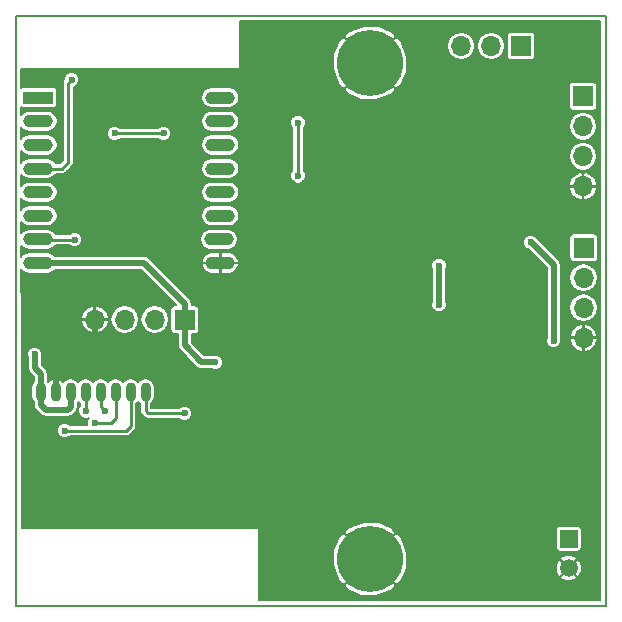
<source format=gbl>
G04 #@! TF.FileFunction,Copper,L2,Bot,Mixed*
%FSLAX46Y46*%
G04 Gerber Fmt 4.6, Leading zero omitted, Abs format (unit mm)*
G04 Created by KiCad (PCBNEW 4.0.2-stable) date 5/30/2017 4:55:57 PM*
%MOMM*%
G01*
G04 APERTURE LIST*
%ADD10C,0.100000*%
%ADD11C,0.150000*%
%ADD12O,0.900000X1.600000*%
%ADD13R,1.500000X1.500000*%
%ADD14C,1.500000*%
%ADD15R,2.500000X1.100000*%
%ADD16O,2.500000X1.100000*%
%ADD17R,1.700000X1.700000*%
%ADD18O,1.700000X1.700000*%
%ADD19C,5.600000*%
%ADD20C,0.600000*%
%ADD21C,0.500000*%
%ADD22C,0.250000*%
%ADD23C,0.200000*%
G04 APERTURE END LIST*
D10*
D11*
X100000000Y-100000000D02*
X100000000Y-150000000D01*
X150000000Y-100000000D02*
X100000000Y-100000000D01*
X150000000Y-150000000D02*
X150000000Y-100000000D01*
X100000000Y-150000000D02*
X150000000Y-150000000D01*
D12*
X102108000Y-131826000D03*
X103378000Y-131826000D03*
X104648000Y-131826000D03*
X105918000Y-131826000D03*
X107188000Y-131826000D03*
X108458000Y-131826000D03*
X109728000Y-131826000D03*
X110998000Y-131826000D03*
D13*
X146812000Y-144272000D03*
D14*
X146812000Y-146772000D03*
D15*
X101916000Y-106934000D03*
D16*
X101916000Y-108934000D03*
X101916000Y-110934000D03*
X101916000Y-112934000D03*
X101916000Y-114934000D03*
X101916000Y-116934000D03*
X101916000Y-118934000D03*
X101916000Y-120934000D03*
X117316000Y-120934000D03*
X117216000Y-118934000D03*
X117316000Y-116934000D03*
X117316000Y-114934000D03*
X117316000Y-112934000D03*
X117316000Y-110934000D03*
X117316000Y-108934000D03*
X117316000Y-106934000D03*
D17*
X114300000Y-125730000D03*
D18*
X111760000Y-125730000D03*
X109220000Y-125730000D03*
X106680000Y-125730000D03*
D17*
X148082000Y-119634000D03*
D18*
X148082000Y-122174000D03*
X148082000Y-124714000D03*
X148082000Y-127254000D03*
D17*
X142798800Y-102565200D03*
D18*
X140258800Y-102565200D03*
X137718800Y-102565200D03*
D17*
X148031200Y-106832400D03*
D18*
X148031200Y-109372400D03*
X148031200Y-111912400D03*
X148031200Y-114452400D03*
D19*
X130000000Y-146000000D03*
X130000000Y-104000000D03*
D20*
X116890800Y-129336800D03*
X101600000Y-128676400D03*
X123901200Y-109067600D03*
X123901200Y-113559200D03*
X135839200Y-124460000D03*
X135839200Y-121158000D03*
X119938800Y-128727200D03*
X142231000Y-113538000D03*
X134569200Y-111760000D03*
X120142000Y-112877600D03*
X103124000Y-128651000D03*
X143611600Y-119176800D03*
X145542000Y-127508000D03*
X105918000Y-133451600D03*
X107543600Y-133451600D03*
X104140000Y-135128000D03*
X106680000Y-134467600D03*
X104999979Y-118945795D03*
X114300000Y-133654800D03*
X108381800Y-109956600D03*
X112522000Y-109956600D03*
X104749600Y-105410000D03*
D21*
X102108000Y-131826000D02*
X102108000Y-132943600D01*
X104424000Y-133350000D02*
X104648000Y-133126000D01*
X102108000Y-132943600D02*
X102158800Y-132943600D01*
X102158800Y-132943600D02*
X102565200Y-133350000D01*
X102565200Y-133350000D02*
X104424000Y-133350000D01*
X104648000Y-133126000D02*
X104648000Y-131826000D01*
X115722400Y-129336800D02*
X116890800Y-129336800D01*
X114300000Y-127914400D02*
X115722400Y-129336800D01*
X114300000Y-127609600D02*
X114300000Y-127914400D01*
X101600000Y-129794000D02*
X101600000Y-128676400D01*
X102108000Y-130302000D02*
X101600000Y-129794000D01*
X102108000Y-131826000D02*
X102108000Y-130302000D01*
D22*
X123901200Y-113559200D02*
X123901200Y-109067600D01*
D21*
X135839200Y-121158000D02*
X135839200Y-124460000D01*
X114300000Y-125730000D02*
X114300000Y-124380000D01*
X114300000Y-124380000D02*
X110854000Y-120934000D01*
X110854000Y-120934000D02*
X102616000Y-120934000D01*
X114300000Y-127609600D02*
X114300000Y-125730000D01*
X103124000Y-129997200D02*
X103378000Y-130251200D01*
X103378000Y-130251200D02*
X103378000Y-131826000D01*
X103124000Y-128651000D02*
X103124000Y-129997200D01*
X105206800Y-128651000D02*
X103124000Y-128651000D01*
X106680000Y-127177800D02*
X105206800Y-128651000D01*
X106680000Y-126932081D02*
X106680000Y-127177800D01*
X106680000Y-125730000D02*
X106680000Y-126932081D01*
X145542000Y-121107200D02*
X143611600Y-119176800D01*
X145542000Y-127508000D02*
X145542000Y-121107200D01*
D22*
X105918000Y-131826000D02*
X105918000Y-133451600D01*
X107188000Y-131826000D02*
X107188000Y-133096000D01*
X107188000Y-133096000D02*
X107543600Y-133451600D01*
X109321600Y-135128000D02*
X104140000Y-135128000D01*
X109728000Y-134721600D02*
X109321600Y-135128000D01*
X109728000Y-131826000D02*
X109728000Y-134721600D01*
X108458000Y-131826000D02*
X108458000Y-134061200D01*
X108458000Y-134061200D02*
X108051600Y-134467600D01*
X108051600Y-134467600D02*
X106680000Y-134467600D01*
X102627795Y-118945795D02*
X104575715Y-118945795D01*
X104575715Y-118945795D02*
X104999979Y-118945795D01*
X102616000Y-118934000D02*
X102627795Y-118945795D01*
X111201200Y-133654800D02*
X114300000Y-133654800D01*
X110998000Y-133451600D02*
X111201200Y-133654800D01*
X110998000Y-132276000D02*
X110998000Y-133451600D01*
X110998000Y-131826000D02*
X110998000Y-132276000D01*
X108381800Y-109956600D02*
X108806064Y-109956600D01*
X108806064Y-109956600D02*
X112522000Y-109956600D01*
X104449601Y-112415599D02*
X103931200Y-112934000D01*
X103931200Y-112934000D02*
X102616000Y-112934000D01*
X104749600Y-105410000D02*
X104449601Y-105709999D01*
X104449601Y-105709999D02*
X104449601Y-112415599D01*
D23*
G36*
X149506000Y-149506000D02*
X120623000Y-149506000D01*
X120623000Y-148226758D01*
X127808597Y-148226758D01*
X128132485Y-148612946D01*
X129274572Y-149128714D01*
X130527099Y-149168164D01*
X131699380Y-148725290D01*
X131867515Y-148612946D01*
X132191403Y-148226758D01*
X130000000Y-146035355D01*
X127808597Y-148226758D01*
X120623000Y-148226758D01*
X120623000Y-146527099D01*
X126831836Y-146527099D01*
X127274710Y-147699380D01*
X127387054Y-147867515D01*
X127773242Y-148191403D01*
X129964645Y-146000000D01*
X130035355Y-146000000D01*
X132226758Y-148191403D01*
X132612946Y-147867515D01*
X132769591Y-147520648D01*
X146098707Y-147520648D01*
X146173159Y-147693822D01*
X146574554Y-147868127D01*
X147012098Y-147875555D01*
X147419178Y-147714978D01*
X147450841Y-147693822D01*
X147525293Y-147520648D01*
X146812000Y-146807355D01*
X146098707Y-147520648D01*
X132769591Y-147520648D01*
X133017317Y-146972098D01*
X145708445Y-146972098D01*
X145869022Y-147379178D01*
X145890178Y-147410841D01*
X146063352Y-147485293D01*
X146776645Y-146772000D01*
X146847355Y-146772000D01*
X147560648Y-147485293D01*
X147733822Y-147410841D01*
X147908127Y-147009446D01*
X147915555Y-146571902D01*
X147754978Y-146164822D01*
X147733822Y-146133159D01*
X147560648Y-146058707D01*
X146847355Y-146772000D01*
X146776645Y-146772000D01*
X146063352Y-146058707D01*
X145890178Y-146133159D01*
X145715873Y-146534554D01*
X145708445Y-146972098D01*
X133017317Y-146972098D01*
X133128714Y-146725428D01*
X133150826Y-146023352D01*
X146098707Y-146023352D01*
X146812000Y-146736645D01*
X147525293Y-146023352D01*
X147450841Y-145850178D01*
X147049446Y-145675873D01*
X146611902Y-145668445D01*
X146204822Y-145829022D01*
X146173159Y-145850178D01*
X146098707Y-146023352D01*
X133150826Y-146023352D01*
X133168164Y-145472901D01*
X132725290Y-144300620D01*
X132612946Y-144132485D01*
X132226758Y-143808597D01*
X130035355Y-146000000D01*
X129964645Y-146000000D01*
X127773242Y-143808597D01*
X127387054Y-144132485D01*
X126871286Y-145274572D01*
X126831836Y-146527099D01*
X120623000Y-146527099D01*
X120623000Y-143773242D01*
X127808597Y-143773242D01*
X130000000Y-145964645D01*
X132191403Y-143773242D01*
X131980692Y-143522000D01*
X145705144Y-143522000D01*
X145705144Y-145022000D01*
X145729549Y-145151702D01*
X145806203Y-145270825D01*
X145923163Y-145350741D01*
X146062000Y-145378856D01*
X147562000Y-145378856D01*
X147691702Y-145354451D01*
X147810825Y-145277797D01*
X147890741Y-145160837D01*
X147918856Y-145022000D01*
X147918856Y-143522000D01*
X147894451Y-143392298D01*
X147817797Y-143273175D01*
X147700837Y-143193259D01*
X147562000Y-143165144D01*
X146062000Y-143165144D01*
X145932298Y-143189549D01*
X145813175Y-143266203D01*
X145733259Y-143383163D01*
X145705144Y-143522000D01*
X131980692Y-143522000D01*
X131867515Y-143387054D01*
X130725428Y-142871286D01*
X129472901Y-142831836D01*
X128300620Y-143274710D01*
X128132485Y-143387054D01*
X127808597Y-143773242D01*
X120623000Y-143773242D01*
X120623000Y-143510000D01*
X120616161Y-143473654D01*
X120594681Y-143440273D01*
X120561906Y-143417879D01*
X120523000Y-143410000D01*
X100541073Y-143410000D01*
X100503529Y-128805126D01*
X100949888Y-128805126D01*
X101000000Y-128926406D01*
X101000000Y-129794000D01*
X101045672Y-130023610D01*
X101175736Y-130218264D01*
X101508000Y-130550528D01*
X101508000Y-130939141D01*
X101368896Y-131147323D01*
X101308000Y-131453470D01*
X101308000Y-132198530D01*
X101368896Y-132504677D01*
X101508000Y-132712859D01*
X101508000Y-132943600D01*
X101553672Y-133173210D01*
X101683736Y-133367864D01*
X101836831Y-133470159D01*
X102140936Y-133774264D01*
X102335589Y-133904328D01*
X102565200Y-133950000D01*
X104424000Y-133950000D01*
X104653610Y-133904328D01*
X104848264Y-133774264D01*
X105072264Y-133550264D01*
X105202328Y-133355610D01*
X105248000Y-133126000D01*
X105248000Y-132712859D01*
X105283000Y-132660479D01*
X105352315Y-132764215D01*
X105443000Y-132824809D01*
X105443000Y-133007334D01*
X105367278Y-133082924D01*
X105268113Y-133321740D01*
X105267888Y-133580326D01*
X105366636Y-133819314D01*
X105549324Y-134002322D01*
X105788140Y-134101487D01*
X106046726Y-134101712D01*
X106182814Y-134045481D01*
X106129278Y-134098924D01*
X106030113Y-134337740D01*
X106029888Y-134596326D01*
X106053305Y-134653000D01*
X104584266Y-134653000D01*
X104508676Y-134577278D01*
X104269860Y-134478113D01*
X104011274Y-134477888D01*
X103772286Y-134576636D01*
X103589278Y-134759324D01*
X103490113Y-134998140D01*
X103489888Y-135256726D01*
X103588636Y-135495714D01*
X103771324Y-135678722D01*
X104010140Y-135777887D01*
X104268726Y-135778112D01*
X104507714Y-135679364D01*
X104584212Y-135603000D01*
X109321600Y-135603000D01*
X109503375Y-135566843D01*
X109657476Y-135463876D01*
X110063873Y-135057478D01*
X110063876Y-135057476D01*
X110166843Y-134903375D01*
X110203000Y-134721600D01*
X110203000Y-132824809D01*
X110293685Y-132764215D01*
X110363000Y-132660479D01*
X110432315Y-132764215D01*
X110523000Y-132824809D01*
X110523000Y-133451600D01*
X110559157Y-133633375D01*
X110662124Y-133787476D01*
X110865324Y-133990676D01*
X111019425Y-134093643D01*
X111201200Y-134129800D01*
X113855734Y-134129800D01*
X113931324Y-134205522D01*
X114170140Y-134304687D01*
X114428726Y-134304912D01*
X114667714Y-134206164D01*
X114850722Y-134023476D01*
X114949887Y-133784660D01*
X114950112Y-133526074D01*
X114851364Y-133287086D01*
X114668676Y-133104078D01*
X114429860Y-133004913D01*
X114171274Y-133004688D01*
X113932286Y-133103436D01*
X113855788Y-133179800D01*
X111473000Y-133179800D01*
X111473000Y-132824809D01*
X111563685Y-132764215D01*
X111737104Y-132504677D01*
X111798000Y-132198530D01*
X111798000Y-131453470D01*
X111737104Y-131147323D01*
X111563685Y-130887785D01*
X111304147Y-130714366D01*
X110998000Y-130653470D01*
X110691853Y-130714366D01*
X110432315Y-130887785D01*
X110363000Y-130991521D01*
X110293685Y-130887785D01*
X110034147Y-130714366D01*
X109728000Y-130653470D01*
X109421853Y-130714366D01*
X109162315Y-130887785D01*
X109093000Y-130991521D01*
X109023685Y-130887785D01*
X108764147Y-130714366D01*
X108458000Y-130653470D01*
X108151853Y-130714366D01*
X107892315Y-130887785D01*
X107823000Y-130991521D01*
X107753685Y-130887785D01*
X107494147Y-130714366D01*
X107188000Y-130653470D01*
X106881853Y-130714366D01*
X106622315Y-130887785D01*
X106553000Y-130991521D01*
X106483685Y-130887785D01*
X106224147Y-130714366D01*
X105918000Y-130653470D01*
X105611853Y-130714366D01*
X105352315Y-130887785D01*
X105283000Y-130991521D01*
X105213685Y-130887785D01*
X104954147Y-130714366D01*
X104648000Y-130653470D01*
X104341853Y-130714366D01*
X104082315Y-130887785D01*
X104005096Y-131003350D01*
X103926008Y-130892636D01*
X103661050Y-130727328D01*
X103527779Y-130690146D01*
X103403000Y-130763939D01*
X103403000Y-131801000D01*
X103423000Y-131801000D01*
X103423000Y-131851000D01*
X103403000Y-131851000D01*
X103403000Y-131871000D01*
X103353000Y-131871000D01*
X103353000Y-131851000D01*
X103333000Y-131851000D01*
X103333000Y-131801000D01*
X103353000Y-131801000D01*
X103353000Y-130763939D01*
X103228221Y-130690146D01*
X103094950Y-130727328D01*
X102829992Y-130892636D01*
X102750904Y-131003350D01*
X102708000Y-130939141D01*
X102708000Y-130302000D01*
X102662328Y-130072390D01*
X102662328Y-130072389D01*
X102532264Y-129877736D01*
X102200000Y-129545472D01*
X102200000Y-128926401D01*
X102249887Y-128806260D01*
X102250112Y-128547674D01*
X102151364Y-128308686D01*
X101968676Y-128125678D01*
X101729860Y-128026513D01*
X101471274Y-128026288D01*
X101232286Y-128125036D01*
X101049278Y-128307724D01*
X100950113Y-128546540D01*
X100949888Y-128805126D01*
X100503529Y-128805126D01*
X100496170Y-125942373D01*
X105498940Y-125942373D01*
X105670114Y-126378179D01*
X105995034Y-126715306D01*
X106424234Y-126902429D01*
X106467627Y-126911058D01*
X106655000Y-126842219D01*
X106655000Y-125755000D01*
X106705000Y-125755000D01*
X106705000Y-126842219D01*
X106892373Y-126911058D01*
X106935766Y-126902429D01*
X107364966Y-126715306D01*
X107689886Y-126378179D01*
X107861060Y-125942373D01*
X107792242Y-125755000D01*
X106705000Y-125755000D01*
X106655000Y-125755000D01*
X105567758Y-125755000D01*
X105498940Y-125942373D01*
X100496170Y-125942373D01*
X100495564Y-125706491D01*
X108020000Y-125706491D01*
X108020000Y-125753509D01*
X108111345Y-126212729D01*
X108371472Y-126602037D01*
X108760780Y-126862164D01*
X109220000Y-126953509D01*
X109679220Y-126862164D01*
X110068528Y-126602037D01*
X110328655Y-126212729D01*
X110420000Y-125753509D01*
X110420000Y-125706491D01*
X110560000Y-125706491D01*
X110560000Y-125753509D01*
X110651345Y-126212729D01*
X110911472Y-126602037D01*
X111300780Y-126862164D01*
X111760000Y-126953509D01*
X112219220Y-126862164D01*
X112608528Y-126602037D01*
X112868655Y-126212729D01*
X112960000Y-125753509D01*
X112960000Y-125706491D01*
X112868655Y-125247271D01*
X112608528Y-124857963D01*
X112219220Y-124597836D01*
X111760000Y-124506491D01*
X111300780Y-124597836D01*
X110911472Y-124857963D01*
X110651345Y-125247271D01*
X110560000Y-125706491D01*
X110420000Y-125706491D01*
X110328655Y-125247271D01*
X110068528Y-124857963D01*
X109679220Y-124597836D01*
X109220000Y-124506491D01*
X108760780Y-124597836D01*
X108371472Y-124857963D01*
X108111345Y-125247271D01*
X108020000Y-125706491D01*
X100495564Y-125706491D01*
X100495078Y-125517627D01*
X105498940Y-125517627D01*
X105567758Y-125705000D01*
X106655000Y-125705000D01*
X106655000Y-124617781D01*
X106705000Y-124617781D01*
X106705000Y-125705000D01*
X107792242Y-125705000D01*
X107861060Y-125517627D01*
X107689886Y-125081821D01*
X107364966Y-124744694D01*
X106935766Y-124557571D01*
X106892373Y-124548942D01*
X106705000Y-124617781D01*
X106655000Y-124617781D01*
X106467627Y-124548942D01*
X106424234Y-124557571D01*
X105995034Y-124744694D01*
X105670114Y-125081821D01*
X105498940Y-125517627D01*
X100495078Y-125517627D01*
X100484685Y-121475253D01*
X100548258Y-121570396D01*
X100840239Y-121765492D01*
X101184654Y-121834000D01*
X102647346Y-121834000D01*
X102991761Y-121765492D01*
X103283742Y-121570396D01*
X103308061Y-121534000D01*
X110605472Y-121534000D01*
X113594616Y-124523144D01*
X113450000Y-124523144D01*
X113320298Y-124547549D01*
X113201175Y-124624203D01*
X113121259Y-124741163D01*
X113093144Y-124880000D01*
X113093144Y-126580000D01*
X113117549Y-126709702D01*
X113194203Y-126828825D01*
X113311163Y-126908741D01*
X113450000Y-126936856D01*
X113700000Y-126936856D01*
X113700000Y-127914400D01*
X113745672Y-128144010D01*
X113875736Y-128338664D01*
X115298136Y-129761064D01*
X115492789Y-129891128D01*
X115722400Y-129936800D01*
X116640799Y-129936800D01*
X116760940Y-129986687D01*
X117019526Y-129986912D01*
X117258514Y-129888164D01*
X117441522Y-129705476D01*
X117540687Y-129466660D01*
X117540912Y-129208074D01*
X117442164Y-128969086D01*
X117259476Y-128786078D01*
X117020660Y-128686913D01*
X116762074Y-128686688D01*
X116640794Y-128736800D01*
X115970928Y-128736800D01*
X114900000Y-127665872D01*
X114900000Y-126936856D01*
X115150000Y-126936856D01*
X115279702Y-126912451D01*
X115398825Y-126835797D01*
X115478741Y-126718837D01*
X115506856Y-126580000D01*
X115506856Y-124880000D01*
X115482451Y-124750298D01*
X115405797Y-124631175D01*
X115288837Y-124551259D01*
X115150000Y-124523144D01*
X114900000Y-124523144D01*
X114900000Y-124380000D01*
X114854328Y-124150390D01*
X114724264Y-123955736D01*
X111867957Y-121099429D01*
X115731334Y-121099429D01*
X115774941Y-121255318D01*
X115961926Y-121552718D01*
X116248488Y-121755924D01*
X116591000Y-121834000D01*
X117291000Y-121834000D01*
X117291000Y-120959000D01*
X117341000Y-120959000D01*
X117341000Y-121834000D01*
X118041000Y-121834000D01*
X118383512Y-121755924D01*
X118670074Y-121552718D01*
X118837311Y-121286726D01*
X135189088Y-121286726D01*
X135239200Y-121408006D01*
X135239200Y-124209999D01*
X135189313Y-124330140D01*
X135189088Y-124588726D01*
X135287836Y-124827714D01*
X135470524Y-125010722D01*
X135709340Y-125109887D01*
X135967926Y-125110112D01*
X136206914Y-125011364D01*
X136389922Y-124828676D01*
X136489087Y-124589860D01*
X136489312Y-124331274D01*
X136439200Y-124209994D01*
X136439200Y-121408001D01*
X136489087Y-121287860D01*
X136489312Y-121029274D01*
X136390564Y-120790286D01*
X136207876Y-120607278D01*
X135969060Y-120508113D01*
X135710474Y-120507888D01*
X135471486Y-120606636D01*
X135288478Y-120789324D01*
X135189313Y-121028140D01*
X135189088Y-121286726D01*
X118837311Y-121286726D01*
X118857059Y-121255318D01*
X118900666Y-121099429D01*
X118828115Y-120959000D01*
X117341000Y-120959000D01*
X117291000Y-120959000D01*
X115803885Y-120959000D01*
X115731334Y-121099429D01*
X111867957Y-121099429D01*
X111537099Y-120768571D01*
X115731334Y-120768571D01*
X115803885Y-120909000D01*
X117291000Y-120909000D01*
X117291000Y-120034000D01*
X117341000Y-120034000D01*
X117341000Y-120909000D01*
X118828115Y-120909000D01*
X118900666Y-120768571D01*
X118857059Y-120612682D01*
X118670074Y-120315282D01*
X118383512Y-120112076D01*
X118041000Y-120034000D01*
X117341000Y-120034000D01*
X117291000Y-120034000D01*
X116591000Y-120034000D01*
X116248488Y-120112076D01*
X115961926Y-120315282D01*
X115774941Y-120612682D01*
X115731334Y-120768571D01*
X111537099Y-120768571D01*
X111278264Y-120509736D01*
X111083610Y-120379672D01*
X110854000Y-120334000D01*
X103308061Y-120334000D01*
X103283742Y-120297604D01*
X102991761Y-120102508D01*
X102647346Y-120034000D01*
X101184654Y-120034000D01*
X100840239Y-120102508D01*
X100548258Y-120297604D01*
X100481913Y-120396896D01*
X100479524Y-119467529D01*
X100548258Y-119570396D01*
X100840239Y-119765492D01*
X101184654Y-119834000D01*
X102647346Y-119834000D01*
X102991761Y-119765492D01*
X103283742Y-119570396D01*
X103383702Y-119420795D01*
X104555713Y-119420795D01*
X104631303Y-119496517D01*
X104870119Y-119595682D01*
X105128705Y-119595907D01*
X105367693Y-119497159D01*
X105550701Y-119314471D01*
X105649866Y-119075655D01*
X105649989Y-118934000D01*
X115584654Y-118934000D01*
X115653162Y-119278415D01*
X115848258Y-119570396D01*
X116140239Y-119765492D01*
X116484654Y-119834000D01*
X117947346Y-119834000D01*
X118291761Y-119765492D01*
X118583742Y-119570396D01*
X118760722Y-119305526D01*
X142961488Y-119305526D01*
X143060236Y-119544514D01*
X143242924Y-119727522D01*
X143364118Y-119777846D01*
X144942000Y-121355728D01*
X144942000Y-127257999D01*
X144892113Y-127378140D01*
X144891888Y-127636726D01*
X144990636Y-127875714D01*
X145173324Y-128058722D01*
X145412140Y-128157887D01*
X145670726Y-128158112D01*
X145909714Y-128059364D01*
X146092722Y-127876676D01*
X146191887Y-127637860D01*
X146192036Y-127466373D01*
X146900942Y-127466373D01*
X146909571Y-127509766D01*
X147096694Y-127938966D01*
X147433821Y-128263886D01*
X147869627Y-128435060D01*
X148057000Y-128366242D01*
X148057000Y-127279000D01*
X148107000Y-127279000D01*
X148107000Y-128366242D01*
X148294373Y-128435060D01*
X148730179Y-128263886D01*
X149067306Y-127938966D01*
X149254429Y-127509766D01*
X149263058Y-127466373D01*
X149194219Y-127279000D01*
X148107000Y-127279000D01*
X148057000Y-127279000D01*
X146969781Y-127279000D01*
X146900942Y-127466373D01*
X146192036Y-127466373D01*
X146192112Y-127379274D01*
X146142000Y-127257994D01*
X146142000Y-127041627D01*
X146900942Y-127041627D01*
X146969781Y-127229000D01*
X148057000Y-127229000D01*
X148057000Y-126141758D01*
X148107000Y-126141758D01*
X148107000Y-127229000D01*
X149194219Y-127229000D01*
X149263058Y-127041627D01*
X149254429Y-126998234D01*
X149067306Y-126569034D01*
X148730179Y-126244114D01*
X148294373Y-126072940D01*
X148107000Y-126141758D01*
X148057000Y-126141758D01*
X147869627Y-126072940D01*
X147433821Y-126244114D01*
X147096694Y-126569034D01*
X146909571Y-126998234D01*
X146900942Y-127041627D01*
X146142000Y-127041627D01*
X146142000Y-124714000D01*
X146858491Y-124714000D01*
X146949836Y-125173220D01*
X147209963Y-125562528D01*
X147599271Y-125822655D01*
X148058491Y-125914000D01*
X148105509Y-125914000D01*
X148564729Y-125822655D01*
X148954037Y-125562528D01*
X149214164Y-125173220D01*
X149305509Y-124714000D01*
X149214164Y-124254780D01*
X148954037Y-123865472D01*
X148564729Y-123605345D01*
X148105509Y-123514000D01*
X148058491Y-123514000D01*
X147599271Y-123605345D01*
X147209963Y-123865472D01*
X146949836Y-124254780D01*
X146858491Y-124714000D01*
X146142000Y-124714000D01*
X146142000Y-122174000D01*
X146858491Y-122174000D01*
X146949836Y-122633220D01*
X147209963Y-123022528D01*
X147599271Y-123282655D01*
X148058491Y-123374000D01*
X148105509Y-123374000D01*
X148564729Y-123282655D01*
X148954037Y-123022528D01*
X149214164Y-122633220D01*
X149305509Y-122174000D01*
X149214164Y-121714780D01*
X148954037Y-121325472D01*
X148564729Y-121065345D01*
X148105509Y-120974000D01*
X148058491Y-120974000D01*
X147599271Y-121065345D01*
X147209963Y-121325472D01*
X146949836Y-121714780D01*
X146858491Y-122174000D01*
X146142000Y-122174000D01*
X146142000Y-121107200D01*
X146096328Y-120877590D01*
X145966264Y-120682936D01*
X144212641Y-118929313D01*
X144162964Y-118809086D01*
X144137922Y-118784000D01*
X146875144Y-118784000D01*
X146875144Y-120484000D01*
X146899549Y-120613702D01*
X146976203Y-120732825D01*
X147093163Y-120812741D01*
X147232000Y-120840856D01*
X148932000Y-120840856D01*
X149061702Y-120816451D01*
X149180825Y-120739797D01*
X149260741Y-120622837D01*
X149288856Y-120484000D01*
X149288856Y-118784000D01*
X149264451Y-118654298D01*
X149187797Y-118535175D01*
X149070837Y-118455259D01*
X148932000Y-118427144D01*
X147232000Y-118427144D01*
X147102298Y-118451549D01*
X146983175Y-118528203D01*
X146903259Y-118645163D01*
X146875144Y-118784000D01*
X144137922Y-118784000D01*
X143980276Y-118626078D01*
X143741460Y-118526913D01*
X143482874Y-118526688D01*
X143243886Y-118625436D01*
X143060878Y-118808124D01*
X142961713Y-119046940D01*
X142961488Y-119305526D01*
X118760722Y-119305526D01*
X118778838Y-119278415D01*
X118847346Y-118934000D01*
X118778838Y-118589585D01*
X118583742Y-118297604D01*
X118291761Y-118102508D01*
X117947346Y-118034000D01*
X116484654Y-118034000D01*
X116140239Y-118102508D01*
X115848258Y-118297604D01*
X115653162Y-118589585D01*
X115584654Y-118934000D01*
X105649989Y-118934000D01*
X105650091Y-118817069D01*
X105551343Y-118578081D01*
X105368655Y-118395073D01*
X105129839Y-118295908D01*
X104871253Y-118295683D01*
X104632265Y-118394431D01*
X104555767Y-118470795D01*
X103399465Y-118470795D01*
X103283742Y-118297604D01*
X102991761Y-118102508D01*
X102647346Y-118034000D01*
X101184654Y-118034000D01*
X100840239Y-118102508D01*
X100548258Y-118297604D01*
X100476791Y-118404561D01*
X100474363Y-117459804D01*
X100548258Y-117570396D01*
X100840239Y-117765492D01*
X101184654Y-117834000D01*
X102647346Y-117834000D01*
X102991761Y-117765492D01*
X103283742Y-117570396D01*
X103478838Y-117278415D01*
X103547346Y-116934000D01*
X115684654Y-116934000D01*
X115753162Y-117278415D01*
X115948258Y-117570396D01*
X116240239Y-117765492D01*
X116584654Y-117834000D01*
X118047346Y-117834000D01*
X118391761Y-117765492D01*
X118683742Y-117570396D01*
X118878838Y-117278415D01*
X118947346Y-116934000D01*
X118878838Y-116589585D01*
X118683742Y-116297604D01*
X118391761Y-116102508D01*
X118047346Y-116034000D01*
X116584654Y-116034000D01*
X116240239Y-116102508D01*
X115948258Y-116297604D01*
X115753162Y-116589585D01*
X115684654Y-116934000D01*
X103547346Y-116934000D01*
X103478838Y-116589585D01*
X103283742Y-116297604D01*
X102991761Y-116102508D01*
X102647346Y-116034000D01*
X101184654Y-116034000D01*
X100840239Y-116102508D01*
X100548258Y-116297604D01*
X100471670Y-116412226D01*
X100469201Y-115452080D01*
X100548258Y-115570396D01*
X100840239Y-115765492D01*
X101184654Y-115834000D01*
X102647346Y-115834000D01*
X102991761Y-115765492D01*
X103283742Y-115570396D01*
X103478838Y-115278415D01*
X103547346Y-114934000D01*
X115684654Y-114934000D01*
X115753162Y-115278415D01*
X115948258Y-115570396D01*
X116240239Y-115765492D01*
X116584654Y-115834000D01*
X118047346Y-115834000D01*
X118391761Y-115765492D01*
X118683742Y-115570396D01*
X118878838Y-115278415D01*
X118947346Y-114934000D01*
X118893794Y-114664773D01*
X146850142Y-114664773D01*
X146858771Y-114708166D01*
X147045894Y-115137366D01*
X147383021Y-115462286D01*
X147818827Y-115633460D01*
X148006200Y-115564642D01*
X148006200Y-114477400D01*
X148056200Y-114477400D01*
X148056200Y-115564642D01*
X148243573Y-115633460D01*
X148679379Y-115462286D01*
X149016506Y-115137366D01*
X149203629Y-114708166D01*
X149212258Y-114664773D01*
X149143419Y-114477400D01*
X148056200Y-114477400D01*
X148006200Y-114477400D01*
X146918981Y-114477400D01*
X146850142Y-114664773D01*
X118893794Y-114664773D01*
X118878838Y-114589585D01*
X118683742Y-114297604D01*
X118597573Y-114240027D01*
X146850142Y-114240027D01*
X146918981Y-114427400D01*
X148006200Y-114427400D01*
X148006200Y-113340158D01*
X148056200Y-113340158D01*
X148056200Y-114427400D01*
X149143419Y-114427400D01*
X149212258Y-114240027D01*
X149203629Y-114196634D01*
X149016506Y-113767434D01*
X148679379Y-113442514D01*
X148243573Y-113271340D01*
X148056200Y-113340158D01*
X148006200Y-113340158D01*
X147818827Y-113271340D01*
X147383021Y-113442514D01*
X147045894Y-113767434D01*
X146858771Y-114196634D01*
X146850142Y-114240027D01*
X118597573Y-114240027D01*
X118391761Y-114102508D01*
X118047346Y-114034000D01*
X116584654Y-114034000D01*
X116240239Y-114102508D01*
X115948258Y-114297604D01*
X115753162Y-114589585D01*
X115684654Y-114934000D01*
X103547346Y-114934000D01*
X103478838Y-114589585D01*
X103283742Y-114297604D01*
X102991761Y-114102508D01*
X102647346Y-114034000D01*
X101184654Y-114034000D01*
X100840239Y-114102508D01*
X100548258Y-114297604D01*
X100466548Y-114419891D01*
X100464040Y-113444355D01*
X100548258Y-113570396D01*
X100840239Y-113765492D01*
X101184654Y-113834000D01*
X102647346Y-113834000D01*
X102991761Y-113765492D01*
X103283742Y-113570396D01*
X103391584Y-113409000D01*
X103931200Y-113409000D01*
X104112975Y-113372843D01*
X104267076Y-113269876D01*
X104602952Y-112934000D01*
X115684654Y-112934000D01*
X115753162Y-113278415D01*
X115948258Y-113570396D01*
X116240239Y-113765492D01*
X116584654Y-113834000D01*
X118047346Y-113834000D01*
X118391761Y-113765492D01*
X118683742Y-113570396D01*
X118878838Y-113278415D01*
X118947346Y-112934000D01*
X118878838Y-112589585D01*
X118683742Y-112297604D01*
X118391761Y-112102508D01*
X118047346Y-112034000D01*
X116584654Y-112034000D01*
X116240239Y-112102508D01*
X115948258Y-112297604D01*
X115753162Y-112589585D01*
X115684654Y-112934000D01*
X104602952Y-112934000D01*
X104785477Y-112751475D01*
X104888444Y-112597374D01*
X104894443Y-112567215D01*
X104924602Y-112415599D01*
X104924601Y-112415594D01*
X104924601Y-110934000D01*
X115684654Y-110934000D01*
X115753162Y-111278415D01*
X115948258Y-111570396D01*
X116240239Y-111765492D01*
X116584654Y-111834000D01*
X118047346Y-111834000D01*
X118391761Y-111765492D01*
X118683742Y-111570396D01*
X118878838Y-111278415D01*
X118947346Y-110934000D01*
X118878838Y-110589585D01*
X118683742Y-110297604D01*
X118391761Y-110102508D01*
X118047346Y-110034000D01*
X116584654Y-110034000D01*
X116240239Y-110102508D01*
X115948258Y-110297604D01*
X115753162Y-110589585D01*
X115684654Y-110934000D01*
X104924601Y-110934000D01*
X104924601Y-110085326D01*
X107731688Y-110085326D01*
X107830436Y-110324314D01*
X108013124Y-110507322D01*
X108251940Y-110606487D01*
X108510526Y-110606712D01*
X108749514Y-110507964D01*
X108826012Y-110431600D01*
X112077734Y-110431600D01*
X112153324Y-110507322D01*
X112392140Y-110606487D01*
X112650726Y-110606712D01*
X112889714Y-110507964D01*
X113072722Y-110325276D01*
X113171887Y-110086460D01*
X113172112Y-109827874D01*
X113073364Y-109588886D01*
X112890676Y-109405878D01*
X112651860Y-109306713D01*
X112393274Y-109306488D01*
X112154286Y-109405236D01*
X112077788Y-109481600D01*
X108826066Y-109481600D01*
X108750476Y-109405878D01*
X108511660Y-109306713D01*
X108253074Y-109306488D01*
X108014086Y-109405236D01*
X107831078Y-109587924D01*
X107731913Y-109826740D01*
X107731688Y-110085326D01*
X104924601Y-110085326D01*
X104924601Y-108934000D01*
X115684654Y-108934000D01*
X115753162Y-109278415D01*
X115948258Y-109570396D01*
X116240239Y-109765492D01*
X116584654Y-109834000D01*
X118047346Y-109834000D01*
X118391761Y-109765492D01*
X118683742Y-109570396D01*
X118878838Y-109278415D01*
X118895166Y-109196326D01*
X123251088Y-109196326D01*
X123349836Y-109435314D01*
X123426200Y-109511812D01*
X123426200Y-113114934D01*
X123350478Y-113190524D01*
X123251313Y-113429340D01*
X123251088Y-113687926D01*
X123349836Y-113926914D01*
X123532524Y-114109922D01*
X123771340Y-114209087D01*
X124029926Y-114209312D01*
X124268914Y-114110564D01*
X124451922Y-113927876D01*
X124551087Y-113689060D01*
X124551312Y-113430474D01*
X124452564Y-113191486D01*
X124376200Y-113114988D01*
X124376200Y-111912400D01*
X146807691Y-111912400D01*
X146899036Y-112371620D01*
X147159163Y-112760928D01*
X147548471Y-113021055D01*
X148007691Y-113112400D01*
X148054709Y-113112400D01*
X148513929Y-113021055D01*
X148903237Y-112760928D01*
X149163364Y-112371620D01*
X149254709Y-111912400D01*
X149163364Y-111453180D01*
X148903237Y-111063872D01*
X148513929Y-110803745D01*
X148054709Y-110712400D01*
X148007691Y-110712400D01*
X147548471Y-110803745D01*
X147159163Y-111063872D01*
X146899036Y-111453180D01*
X146807691Y-111912400D01*
X124376200Y-111912400D01*
X124376200Y-109511866D01*
X124451922Y-109436276D01*
X124478445Y-109372400D01*
X146807691Y-109372400D01*
X146899036Y-109831620D01*
X147159163Y-110220928D01*
X147548471Y-110481055D01*
X148007691Y-110572400D01*
X148054709Y-110572400D01*
X148513929Y-110481055D01*
X148903237Y-110220928D01*
X149163364Y-109831620D01*
X149254709Y-109372400D01*
X149163364Y-108913180D01*
X148903237Y-108523872D01*
X148513929Y-108263745D01*
X148054709Y-108172400D01*
X148007691Y-108172400D01*
X147548471Y-108263745D01*
X147159163Y-108523872D01*
X146899036Y-108913180D01*
X146807691Y-109372400D01*
X124478445Y-109372400D01*
X124551087Y-109197460D01*
X124551312Y-108938874D01*
X124452564Y-108699886D01*
X124269876Y-108516878D01*
X124031060Y-108417713D01*
X123772474Y-108417488D01*
X123533486Y-108516236D01*
X123350478Y-108698924D01*
X123251313Y-108937740D01*
X123251088Y-109196326D01*
X118895166Y-109196326D01*
X118947346Y-108934000D01*
X118878838Y-108589585D01*
X118683742Y-108297604D01*
X118391761Y-108102508D01*
X118047346Y-108034000D01*
X116584654Y-108034000D01*
X116240239Y-108102508D01*
X115948258Y-108297604D01*
X115753162Y-108589585D01*
X115684654Y-108934000D01*
X104924601Y-108934000D01*
X104924601Y-106934000D01*
X115684654Y-106934000D01*
X115753162Y-107278415D01*
X115948258Y-107570396D01*
X116240239Y-107765492D01*
X116584654Y-107834000D01*
X118047346Y-107834000D01*
X118391761Y-107765492D01*
X118683742Y-107570396D01*
X118878838Y-107278415D01*
X118947346Y-106934000D01*
X118878838Y-106589585D01*
X118683742Y-106297604D01*
X118577714Y-106226758D01*
X127808597Y-106226758D01*
X128132485Y-106612946D01*
X129274572Y-107128714D01*
X130527099Y-107168164D01*
X131699380Y-106725290D01*
X131867515Y-106612946D01*
X132191403Y-106226758D01*
X130000000Y-104035355D01*
X127808597Y-106226758D01*
X118577714Y-106226758D01*
X118391761Y-106102508D01*
X118047346Y-106034000D01*
X116584654Y-106034000D01*
X116240239Y-106102508D01*
X115948258Y-106297604D01*
X115753162Y-106589585D01*
X115684654Y-106934000D01*
X104924601Y-106934000D01*
X104924601Y-106040992D01*
X105117314Y-105961364D01*
X105300322Y-105778676D01*
X105399487Y-105539860D01*
X105399712Y-105281274D01*
X105300964Y-105042286D01*
X105118276Y-104859278D01*
X104879460Y-104760113D01*
X104620874Y-104759888D01*
X104381886Y-104858636D01*
X104198878Y-105041324D01*
X104099713Y-105280140D01*
X104099613Y-105395243D01*
X104010758Y-105528224D01*
X103974601Y-105709999D01*
X103974601Y-112218847D01*
X103734448Y-112459000D01*
X103391584Y-112459000D01*
X103283742Y-112297604D01*
X102991761Y-112102508D01*
X102647346Y-112034000D01*
X101184654Y-112034000D01*
X100840239Y-112102508D01*
X100548258Y-112297604D01*
X100461426Y-112427557D01*
X100458879Y-111436631D01*
X100548258Y-111570396D01*
X100840239Y-111765492D01*
X101184654Y-111834000D01*
X102647346Y-111834000D01*
X102991761Y-111765492D01*
X103283742Y-111570396D01*
X103478838Y-111278415D01*
X103547346Y-110934000D01*
X103478838Y-110589585D01*
X103283742Y-110297604D01*
X102991761Y-110102508D01*
X102647346Y-110034000D01*
X101184654Y-110034000D01*
X100840239Y-110102508D01*
X100548258Y-110297604D01*
X100456304Y-110435222D01*
X100453718Y-109428907D01*
X100548258Y-109570396D01*
X100840239Y-109765492D01*
X101184654Y-109834000D01*
X102647346Y-109834000D01*
X102991761Y-109765492D01*
X103283742Y-109570396D01*
X103478838Y-109278415D01*
X103547346Y-108934000D01*
X103478838Y-108589585D01*
X103283742Y-108297604D01*
X102991761Y-108102508D01*
X102647346Y-108034000D01*
X101184654Y-108034000D01*
X100840239Y-108102508D01*
X100548258Y-108297604D01*
X100451183Y-108442887D01*
X100449426Y-107759625D01*
X100527163Y-107812741D01*
X100666000Y-107840856D01*
X103166000Y-107840856D01*
X103295702Y-107816451D01*
X103414825Y-107739797D01*
X103494741Y-107622837D01*
X103522856Y-107484000D01*
X103522856Y-106384000D01*
X103498451Y-106254298D01*
X103421797Y-106135175D01*
X103304837Y-106055259D01*
X103166000Y-106027144D01*
X100666000Y-106027144D01*
X100536298Y-106051549D01*
X100445186Y-106110178D01*
X100441117Y-104527099D01*
X126831836Y-104527099D01*
X127274710Y-105699380D01*
X127387054Y-105867515D01*
X127773242Y-106191403D01*
X129964645Y-104000000D01*
X130035355Y-104000000D01*
X132226758Y-106191403D01*
X132475962Y-105982400D01*
X146824344Y-105982400D01*
X146824344Y-107682400D01*
X146848749Y-107812102D01*
X146925403Y-107931225D01*
X147042363Y-108011141D01*
X147181200Y-108039256D01*
X148881200Y-108039256D01*
X149010902Y-108014851D01*
X149130025Y-107938197D01*
X149209941Y-107821237D01*
X149238056Y-107682400D01*
X149238056Y-105982400D01*
X149213651Y-105852698D01*
X149136997Y-105733575D01*
X149020037Y-105653659D01*
X148881200Y-105625544D01*
X147181200Y-105625544D01*
X147051498Y-105649949D01*
X146932375Y-105726603D01*
X146852459Y-105843563D01*
X146824344Y-105982400D01*
X132475962Y-105982400D01*
X132612946Y-105867515D01*
X133128714Y-104725428D01*
X133168164Y-103472901D01*
X132816364Y-102541691D01*
X136518800Y-102541691D01*
X136518800Y-102588709D01*
X136610145Y-103047929D01*
X136870272Y-103437237D01*
X137259580Y-103697364D01*
X137718800Y-103788709D01*
X138178020Y-103697364D01*
X138567328Y-103437237D01*
X138827455Y-103047929D01*
X138918800Y-102588709D01*
X138918800Y-102541691D01*
X139058800Y-102541691D01*
X139058800Y-102588709D01*
X139150145Y-103047929D01*
X139410272Y-103437237D01*
X139799580Y-103697364D01*
X140258800Y-103788709D01*
X140718020Y-103697364D01*
X141107328Y-103437237D01*
X141367455Y-103047929D01*
X141458800Y-102588709D01*
X141458800Y-102541691D01*
X141367455Y-102082471D01*
X141122053Y-101715200D01*
X141591944Y-101715200D01*
X141591944Y-103415200D01*
X141616349Y-103544902D01*
X141693003Y-103664025D01*
X141809963Y-103743941D01*
X141948800Y-103772056D01*
X143648800Y-103772056D01*
X143778502Y-103747651D01*
X143897625Y-103670997D01*
X143977541Y-103554037D01*
X144005656Y-103415200D01*
X144005656Y-101715200D01*
X143981251Y-101585498D01*
X143904597Y-101466375D01*
X143787637Y-101386459D01*
X143648800Y-101358344D01*
X141948800Y-101358344D01*
X141819098Y-101382749D01*
X141699975Y-101459403D01*
X141620059Y-101576363D01*
X141591944Y-101715200D01*
X141122053Y-101715200D01*
X141107328Y-101693163D01*
X140718020Y-101433036D01*
X140258800Y-101341691D01*
X139799580Y-101433036D01*
X139410272Y-101693163D01*
X139150145Y-102082471D01*
X139058800Y-102541691D01*
X138918800Y-102541691D01*
X138827455Y-102082471D01*
X138567328Y-101693163D01*
X138178020Y-101433036D01*
X137718800Y-101341691D01*
X137259580Y-101433036D01*
X136870272Y-101693163D01*
X136610145Y-102082471D01*
X136518800Y-102541691D01*
X132816364Y-102541691D01*
X132725290Y-102300620D01*
X132612946Y-102132485D01*
X132226758Y-101808597D01*
X130035355Y-104000000D01*
X129964645Y-104000000D01*
X127773242Y-101808597D01*
X127387054Y-102132485D01*
X126871286Y-103274572D01*
X126831836Y-104527099D01*
X100441117Y-104527099D01*
X100441031Y-104494000D01*
X118872000Y-104494000D01*
X118908346Y-104487161D01*
X118941727Y-104465681D01*
X118964121Y-104432906D01*
X118972000Y-104394000D01*
X118972000Y-101773242D01*
X127808597Y-101773242D01*
X130000000Y-103964645D01*
X132191403Y-101773242D01*
X131867515Y-101387054D01*
X130725428Y-100871286D01*
X129472901Y-100831836D01*
X128300620Y-101274710D01*
X128132485Y-101387054D01*
X127808597Y-101773242D01*
X118972000Y-101773242D01*
X118972000Y-100430000D01*
X149506000Y-100430000D01*
X149506000Y-149506000D01*
X149506000Y-149506000D01*
G37*
X149506000Y-149506000D02*
X120623000Y-149506000D01*
X120623000Y-148226758D01*
X127808597Y-148226758D01*
X128132485Y-148612946D01*
X129274572Y-149128714D01*
X130527099Y-149168164D01*
X131699380Y-148725290D01*
X131867515Y-148612946D01*
X132191403Y-148226758D01*
X130000000Y-146035355D01*
X127808597Y-148226758D01*
X120623000Y-148226758D01*
X120623000Y-146527099D01*
X126831836Y-146527099D01*
X127274710Y-147699380D01*
X127387054Y-147867515D01*
X127773242Y-148191403D01*
X129964645Y-146000000D01*
X130035355Y-146000000D01*
X132226758Y-148191403D01*
X132612946Y-147867515D01*
X132769591Y-147520648D01*
X146098707Y-147520648D01*
X146173159Y-147693822D01*
X146574554Y-147868127D01*
X147012098Y-147875555D01*
X147419178Y-147714978D01*
X147450841Y-147693822D01*
X147525293Y-147520648D01*
X146812000Y-146807355D01*
X146098707Y-147520648D01*
X132769591Y-147520648D01*
X133017317Y-146972098D01*
X145708445Y-146972098D01*
X145869022Y-147379178D01*
X145890178Y-147410841D01*
X146063352Y-147485293D01*
X146776645Y-146772000D01*
X146847355Y-146772000D01*
X147560648Y-147485293D01*
X147733822Y-147410841D01*
X147908127Y-147009446D01*
X147915555Y-146571902D01*
X147754978Y-146164822D01*
X147733822Y-146133159D01*
X147560648Y-146058707D01*
X146847355Y-146772000D01*
X146776645Y-146772000D01*
X146063352Y-146058707D01*
X145890178Y-146133159D01*
X145715873Y-146534554D01*
X145708445Y-146972098D01*
X133017317Y-146972098D01*
X133128714Y-146725428D01*
X133150826Y-146023352D01*
X146098707Y-146023352D01*
X146812000Y-146736645D01*
X147525293Y-146023352D01*
X147450841Y-145850178D01*
X147049446Y-145675873D01*
X146611902Y-145668445D01*
X146204822Y-145829022D01*
X146173159Y-145850178D01*
X146098707Y-146023352D01*
X133150826Y-146023352D01*
X133168164Y-145472901D01*
X132725290Y-144300620D01*
X132612946Y-144132485D01*
X132226758Y-143808597D01*
X130035355Y-146000000D01*
X129964645Y-146000000D01*
X127773242Y-143808597D01*
X127387054Y-144132485D01*
X126871286Y-145274572D01*
X126831836Y-146527099D01*
X120623000Y-146527099D01*
X120623000Y-143773242D01*
X127808597Y-143773242D01*
X130000000Y-145964645D01*
X132191403Y-143773242D01*
X131980692Y-143522000D01*
X145705144Y-143522000D01*
X145705144Y-145022000D01*
X145729549Y-145151702D01*
X145806203Y-145270825D01*
X145923163Y-145350741D01*
X146062000Y-145378856D01*
X147562000Y-145378856D01*
X147691702Y-145354451D01*
X147810825Y-145277797D01*
X147890741Y-145160837D01*
X147918856Y-145022000D01*
X147918856Y-143522000D01*
X147894451Y-143392298D01*
X147817797Y-143273175D01*
X147700837Y-143193259D01*
X147562000Y-143165144D01*
X146062000Y-143165144D01*
X145932298Y-143189549D01*
X145813175Y-143266203D01*
X145733259Y-143383163D01*
X145705144Y-143522000D01*
X131980692Y-143522000D01*
X131867515Y-143387054D01*
X130725428Y-142871286D01*
X129472901Y-142831836D01*
X128300620Y-143274710D01*
X128132485Y-143387054D01*
X127808597Y-143773242D01*
X120623000Y-143773242D01*
X120623000Y-143510000D01*
X120616161Y-143473654D01*
X120594681Y-143440273D01*
X120561906Y-143417879D01*
X120523000Y-143410000D01*
X100541073Y-143410000D01*
X100503529Y-128805126D01*
X100949888Y-128805126D01*
X101000000Y-128926406D01*
X101000000Y-129794000D01*
X101045672Y-130023610D01*
X101175736Y-130218264D01*
X101508000Y-130550528D01*
X101508000Y-130939141D01*
X101368896Y-131147323D01*
X101308000Y-131453470D01*
X101308000Y-132198530D01*
X101368896Y-132504677D01*
X101508000Y-132712859D01*
X101508000Y-132943600D01*
X101553672Y-133173210D01*
X101683736Y-133367864D01*
X101836831Y-133470159D01*
X102140936Y-133774264D01*
X102335589Y-133904328D01*
X102565200Y-133950000D01*
X104424000Y-133950000D01*
X104653610Y-133904328D01*
X104848264Y-133774264D01*
X105072264Y-133550264D01*
X105202328Y-133355610D01*
X105248000Y-133126000D01*
X105248000Y-132712859D01*
X105283000Y-132660479D01*
X105352315Y-132764215D01*
X105443000Y-132824809D01*
X105443000Y-133007334D01*
X105367278Y-133082924D01*
X105268113Y-133321740D01*
X105267888Y-133580326D01*
X105366636Y-133819314D01*
X105549324Y-134002322D01*
X105788140Y-134101487D01*
X106046726Y-134101712D01*
X106182814Y-134045481D01*
X106129278Y-134098924D01*
X106030113Y-134337740D01*
X106029888Y-134596326D01*
X106053305Y-134653000D01*
X104584266Y-134653000D01*
X104508676Y-134577278D01*
X104269860Y-134478113D01*
X104011274Y-134477888D01*
X103772286Y-134576636D01*
X103589278Y-134759324D01*
X103490113Y-134998140D01*
X103489888Y-135256726D01*
X103588636Y-135495714D01*
X103771324Y-135678722D01*
X104010140Y-135777887D01*
X104268726Y-135778112D01*
X104507714Y-135679364D01*
X104584212Y-135603000D01*
X109321600Y-135603000D01*
X109503375Y-135566843D01*
X109657476Y-135463876D01*
X110063873Y-135057478D01*
X110063876Y-135057476D01*
X110166843Y-134903375D01*
X110203000Y-134721600D01*
X110203000Y-132824809D01*
X110293685Y-132764215D01*
X110363000Y-132660479D01*
X110432315Y-132764215D01*
X110523000Y-132824809D01*
X110523000Y-133451600D01*
X110559157Y-133633375D01*
X110662124Y-133787476D01*
X110865324Y-133990676D01*
X111019425Y-134093643D01*
X111201200Y-134129800D01*
X113855734Y-134129800D01*
X113931324Y-134205522D01*
X114170140Y-134304687D01*
X114428726Y-134304912D01*
X114667714Y-134206164D01*
X114850722Y-134023476D01*
X114949887Y-133784660D01*
X114950112Y-133526074D01*
X114851364Y-133287086D01*
X114668676Y-133104078D01*
X114429860Y-133004913D01*
X114171274Y-133004688D01*
X113932286Y-133103436D01*
X113855788Y-133179800D01*
X111473000Y-133179800D01*
X111473000Y-132824809D01*
X111563685Y-132764215D01*
X111737104Y-132504677D01*
X111798000Y-132198530D01*
X111798000Y-131453470D01*
X111737104Y-131147323D01*
X111563685Y-130887785D01*
X111304147Y-130714366D01*
X110998000Y-130653470D01*
X110691853Y-130714366D01*
X110432315Y-130887785D01*
X110363000Y-130991521D01*
X110293685Y-130887785D01*
X110034147Y-130714366D01*
X109728000Y-130653470D01*
X109421853Y-130714366D01*
X109162315Y-130887785D01*
X109093000Y-130991521D01*
X109023685Y-130887785D01*
X108764147Y-130714366D01*
X108458000Y-130653470D01*
X108151853Y-130714366D01*
X107892315Y-130887785D01*
X107823000Y-130991521D01*
X107753685Y-130887785D01*
X107494147Y-130714366D01*
X107188000Y-130653470D01*
X106881853Y-130714366D01*
X106622315Y-130887785D01*
X106553000Y-130991521D01*
X106483685Y-130887785D01*
X106224147Y-130714366D01*
X105918000Y-130653470D01*
X105611853Y-130714366D01*
X105352315Y-130887785D01*
X105283000Y-130991521D01*
X105213685Y-130887785D01*
X104954147Y-130714366D01*
X104648000Y-130653470D01*
X104341853Y-130714366D01*
X104082315Y-130887785D01*
X104005096Y-131003350D01*
X103926008Y-130892636D01*
X103661050Y-130727328D01*
X103527779Y-130690146D01*
X103403000Y-130763939D01*
X103403000Y-131801000D01*
X103423000Y-131801000D01*
X103423000Y-131851000D01*
X103403000Y-131851000D01*
X103403000Y-131871000D01*
X103353000Y-131871000D01*
X103353000Y-131851000D01*
X103333000Y-131851000D01*
X103333000Y-131801000D01*
X103353000Y-131801000D01*
X103353000Y-130763939D01*
X103228221Y-130690146D01*
X103094950Y-130727328D01*
X102829992Y-130892636D01*
X102750904Y-131003350D01*
X102708000Y-130939141D01*
X102708000Y-130302000D01*
X102662328Y-130072390D01*
X102662328Y-130072389D01*
X102532264Y-129877736D01*
X102200000Y-129545472D01*
X102200000Y-128926401D01*
X102249887Y-128806260D01*
X102250112Y-128547674D01*
X102151364Y-128308686D01*
X101968676Y-128125678D01*
X101729860Y-128026513D01*
X101471274Y-128026288D01*
X101232286Y-128125036D01*
X101049278Y-128307724D01*
X100950113Y-128546540D01*
X100949888Y-128805126D01*
X100503529Y-128805126D01*
X100496170Y-125942373D01*
X105498940Y-125942373D01*
X105670114Y-126378179D01*
X105995034Y-126715306D01*
X106424234Y-126902429D01*
X106467627Y-126911058D01*
X106655000Y-126842219D01*
X106655000Y-125755000D01*
X106705000Y-125755000D01*
X106705000Y-126842219D01*
X106892373Y-126911058D01*
X106935766Y-126902429D01*
X107364966Y-126715306D01*
X107689886Y-126378179D01*
X107861060Y-125942373D01*
X107792242Y-125755000D01*
X106705000Y-125755000D01*
X106655000Y-125755000D01*
X105567758Y-125755000D01*
X105498940Y-125942373D01*
X100496170Y-125942373D01*
X100495564Y-125706491D01*
X108020000Y-125706491D01*
X108020000Y-125753509D01*
X108111345Y-126212729D01*
X108371472Y-126602037D01*
X108760780Y-126862164D01*
X109220000Y-126953509D01*
X109679220Y-126862164D01*
X110068528Y-126602037D01*
X110328655Y-126212729D01*
X110420000Y-125753509D01*
X110420000Y-125706491D01*
X110560000Y-125706491D01*
X110560000Y-125753509D01*
X110651345Y-126212729D01*
X110911472Y-126602037D01*
X111300780Y-126862164D01*
X111760000Y-126953509D01*
X112219220Y-126862164D01*
X112608528Y-126602037D01*
X112868655Y-126212729D01*
X112960000Y-125753509D01*
X112960000Y-125706491D01*
X112868655Y-125247271D01*
X112608528Y-124857963D01*
X112219220Y-124597836D01*
X111760000Y-124506491D01*
X111300780Y-124597836D01*
X110911472Y-124857963D01*
X110651345Y-125247271D01*
X110560000Y-125706491D01*
X110420000Y-125706491D01*
X110328655Y-125247271D01*
X110068528Y-124857963D01*
X109679220Y-124597836D01*
X109220000Y-124506491D01*
X108760780Y-124597836D01*
X108371472Y-124857963D01*
X108111345Y-125247271D01*
X108020000Y-125706491D01*
X100495564Y-125706491D01*
X100495078Y-125517627D01*
X105498940Y-125517627D01*
X105567758Y-125705000D01*
X106655000Y-125705000D01*
X106655000Y-124617781D01*
X106705000Y-124617781D01*
X106705000Y-125705000D01*
X107792242Y-125705000D01*
X107861060Y-125517627D01*
X107689886Y-125081821D01*
X107364966Y-124744694D01*
X106935766Y-124557571D01*
X106892373Y-124548942D01*
X106705000Y-124617781D01*
X106655000Y-124617781D01*
X106467627Y-124548942D01*
X106424234Y-124557571D01*
X105995034Y-124744694D01*
X105670114Y-125081821D01*
X105498940Y-125517627D01*
X100495078Y-125517627D01*
X100484685Y-121475253D01*
X100548258Y-121570396D01*
X100840239Y-121765492D01*
X101184654Y-121834000D01*
X102647346Y-121834000D01*
X102991761Y-121765492D01*
X103283742Y-121570396D01*
X103308061Y-121534000D01*
X110605472Y-121534000D01*
X113594616Y-124523144D01*
X113450000Y-124523144D01*
X113320298Y-124547549D01*
X113201175Y-124624203D01*
X113121259Y-124741163D01*
X113093144Y-124880000D01*
X113093144Y-126580000D01*
X113117549Y-126709702D01*
X113194203Y-126828825D01*
X113311163Y-126908741D01*
X113450000Y-126936856D01*
X113700000Y-126936856D01*
X113700000Y-127914400D01*
X113745672Y-128144010D01*
X113875736Y-128338664D01*
X115298136Y-129761064D01*
X115492789Y-129891128D01*
X115722400Y-129936800D01*
X116640799Y-129936800D01*
X116760940Y-129986687D01*
X117019526Y-129986912D01*
X117258514Y-129888164D01*
X117441522Y-129705476D01*
X117540687Y-129466660D01*
X117540912Y-129208074D01*
X117442164Y-128969086D01*
X117259476Y-128786078D01*
X117020660Y-128686913D01*
X116762074Y-128686688D01*
X116640794Y-128736800D01*
X115970928Y-128736800D01*
X114900000Y-127665872D01*
X114900000Y-126936856D01*
X115150000Y-126936856D01*
X115279702Y-126912451D01*
X115398825Y-126835797D01*
X115478741Y-126718837D01*
X115506856Y-126580000D01*
X115506856Y-124880000D01*
X115482451Y-124750298D01*
X115405797Y-124631175D01*
X115288837Y-124551259D01*
X115150000Y-124523144D01*
X114900000Y-124523144D01*
X114900000Y-124380000D01*
X114854328Y-124150390D01*
X114724264Y-123955736D01*
X111867957Y-121099429D01*
X115731334Y-121099429D01*
X115774941Y-121255318D01*
X115961926Y-121552718D01*
X116248488Y-121755924D01*
X116591000Y-121834000D01*
X117291000Y-121834000D01*
X117291000Y-120959000D01*
X117341000Y-120959000D01*
X117341000Y-121834000D01*
X118041000Y-121834000D01*
X118383512Y-121755924D01*
X118670074Y-121552718D01*
X118837311Y-121286726D01*
X135189088Y-121286726D01*
X135239200Y-121408006D01*
X135239200Y-124209999D01*
X135189313Y-124330140D01*
X135189088Y-124588726D01*
X135287836Y-124827714D01*
X135470524Y-125010722D01*
X135709340Y-125109887D01*
X135967926Y-125110112D01*
X136206914Y-125011364D01*
X136389922Y-124828676D01*
X136489087Y-124589860D01*
X136489312Y-124331274D01*
X136439200Y-124209994D01*
X136439200Y-121408001D01*
X136489087Y-121287860D01*
X136489312Y-121029274D01*
X136390564Y-120790286D01*
X136207876Y-120607278D01*
X135969060Y-120508113D01*
X135710474Y-120507888D01*
X135471486Y-120606636D01*
X135288478Y-120789324D01*
X135189313Y-121028140D01*
X135189088Y-121286726D01*
X118837311Y-121286726D01*
X118857059Y-121255318D01*
X118900666Y-121099429D01*
X118828115Y-120959000D01*
X117341000Y-120959000D01*
X117291000Y-120959000D01*
X115803885Y-120959000D01*
X115731334Y-121099429D01*
X111867957Y-121099429D01*
X111537099Y-120768571D01*
X115731334Y-120768571D01*
X115803885Y-120909000D01*
X117291000Y-120909000D01*
X117291000Y-120034000D01*
X117341000Y-120034000D01*
X117341000Y-120909000D01*
X118828115Y-120909000D01*
X118900666Y-120768571D01*
X118857059Y-120612682D01*
X118670074Y-120315282D01*
X118383512Y-120112076D01*
X118041000Y-120034000D01*
X117341000Y-120034000D01*
X117291000Y-120034000D01*
X116591000Y-120034000D01*
X116248488Y-120112076D01*
X115961926Y-120315282D01*
X115774941Y-120612682D01*
X115731334Y-120768571D01*
X111537099Y-120768571D01*
X111278264Y-120509736D01*
X111083610Y-120379672D01*
X110854000Y-120334000D01*
X103308061Y-120334000D01*
X103283742Y-120297604D01*
X102991761Y-120102508D01*
X102647346Y-120034000D01*
X101184654Y-120034000D01*
X100840239Y-120102508D01*
X100548258Y-120297604D01*
X100481913Y-120396896D01*
X100479524Y-119467529D01*
X100548258Y-119570396D01*
X100840239Y-119765492D01*
X101184654Y-119834000D01*
X102647346Y-119834000D01*
X102991761Y-119765492D01*
X103283742Y-119570396D01*
X103383702Y-119420795D01*
X104555713Y-119420795D01*
X104631303Y-119496517D01*
X104870119Y-119595682D01*
X105128705Y-119595907D01*
X105367693Y-119497159D01*
X105550701Y-119314471D01*
X105649866Y-119075655D01*
X105649989Y-118934000D01*
X115584654Y-118934000D01*
X115653162Y-119278415D01*
X115848258Y-119570396D01*
X116140239Y-119765492D01*
X116484654Y-119834000D01*
X117947346Y-119834000D01*
X118291761Y-119765492D01*
X118583742Y-119570396D01*
X118760722Y-119305526D01*
X142961488Y-119305526D01*
X143060236Y-119544514D01*
X143242924Y-119727522D01*
X143364118Y-119777846D01*
X144942000Y-121355728D01*
X144942000Y-127257999D01*
X144892113Y-127378140D01*
X144891888Y-127636726D01*
X144990636Y-127875714D01*
X145173324Y-128058722D01*
X145412140Y-128157887D01*
X145670726Y-128158112D01*
X145909714Y-128059364D01*
X146092722Y-127876676D01*
X146191887Y-127637860D01*
X146192036Y-127466373D01*
X146900942Y-127466373D01*
X146909571Y-127509766D01*
X147096694Y-127938966D01*
X147433821Y-128263886D01*
X147869627Y-128435060D01*
X148057000Y-128366242D01*
X148057000Y-127279000D01*
X148107000Y-127279000D01*
X148107000Y-128366242D01*
X148294373Y-128435060D01*
X148730179Y-128263886D01*
X149067306Y-127938966D01*
X149254429Y-127509766D01*
X149263058Y-127466373D01*
X149194219Y-127279000D01*
X148107000Y-127279000D01*
X148057000Y-127279000D01*
X146969781Y-127279000D01*
X146900942Y-127466373D01*
X146192036Y-127466373D01*
X146192112Y-127379274D01*
X146142000Y-127257994D01*
X146142000Y-127041627D01*
X146900942Y-127041627D01*
X146969781Y-127229000D01*
X148057000Y-127229000D01*
X148057000Y-126141758D01*
X148107000Y-126141758D01*
X148107000Y-127229000D01*
X149194219Y-127229000D01*
X149263058Y-127041627D01*
X149254429Y-126998234D01*
X149067306Y-126569034D01*
X148730179Y-126244114D01*
X148294373Y-126072940D01*
X148107000Y-126141758D01*
X148057000Y-126141758D01*
X147869627Y-126072940D01*
X147433821Y-126244114D01*
X147096694Y-126569034D01*
X146909571Y-126998234D01*
X146900942Y-127041627D01*
X146142000Y-127041627D01*
X146142000Y-124714000D01*
X146858491Y-124714000D01*
X146949836Y-125173220D01*
X147209963Y-125562528D01*
X147599271Y-125822655D01*
X148058491Y-125914000D01*
X148105509Y-125914000D01*
X148564729Y-125822655D01*
X148954037Y-125562528D01*
X149214164Y-125173220D01*
X149305509Y-124714000D01*
X149214164Y-124254780D01*
X148954037Y-123865472D01*
X148564729Y-123605345D01*
X148105509Y-123514000D01*
X148058491Y-123514000D01*
X147599271Y-123605345D01*
X147209963Y-123865472D01*
X146949836Y-124254780D01*
X146858491Y-124714000D01*
X146142000Y-124714000D01*
X146142000Y-122174000D01*
X146858491Y-122174000D01*
X146949836Y-122633220D01*
X147209963Y-123022528D01*
X147599271Y-123282655D01*
X148058491Y-123374000D01*
X148105509Y-123374000D01*
X148564729Y-123282655D01*
X148954037Y-123022528D01*
X149214164Y-122633220D01*
X149305509Y-122174000D01*
X149214164Y-121714780D01*
X148954037Y-121325472D01*
X148564729Y-121065345D01*
X148105509Y-120974000D01*
X148058491Y-120974000D01*
X147599271Y-121065345D01*
X147209963Y-121325472D01*
X146949836Y-121714780D01*
X146858491Y-122174000D01*
X146142000Y-122174000D01*
X146142000Y-121107200D01*
X146096328Y-120877590D01*
X145966264Y-120682936D01*
X144212641Y-118929313D01*
X144162964Y-118809086D01*
X144137922Y-118784000D01*
X146875144Y-118784000D01*
X146875144Y-120484000D01*
X146899549Y-120613702D01*
X146976203Y-120732825D01*
X147093163Y-120812741D01*
X147232000Y-120840856D01*
X148932000Y-120840856D01*
X149061702Y-120816451D01*
X149180825Y-120739797D01*
X149260741Y-120622837D01*
X149288856Y-120484000D01*
X149288856Y-118784000D01*
X149264451Y-118654298D01*
X149187797Y-118535175D01*
X149070837Y-118455259D01*
X148932000Y-118427144D01*
X147232000Y-118427144D01*
X147102298Y-118451549D01*
X146983175Y-118528203D01*
X146903259Y-118645163D01*
X146875144Y-118784000D01*
X144137922Y-118784000D01*
X143980276Y-118626078D01*
X143741460Y-118526913D01*
X143482874Y-118526688D01*
X143243886Y-118625436D01*
X143060878Y-118808124D01*
X142961713Y-119046940D01*
X142961488Y-119305526D01*
X118760722Y-119305526D01*
X118778838Y-119278415D01*
X118847346Y-118934000D01*
X118778838Y-118589585D01*
X118583742Y-118297604D01*
X118291761Y-118102508D01*
X117947346Y-118034000D01*
X116484654Y-118034000D01*
X116140239Y-118102508D01*
X115848258Y-118297604D01*
X115653162Y-118589585D01*
X115584654Y-118934000D01*
X105649989Y-118934000D01*
X105650091Y-118817069D01*
X105551343Y-118578081D01*
X105368655Y-118395073D01*
X105129839Y-118295908D01*
X104871253Y-118295683D01*
X104632265Y-118394431D01*
X104555767Y-118470795D01*
X103399465Y-118470795D01*
X103283742Y-118297604D01*
X102991761Y-118102508D01*
X102647346Y-118034000D01*
X101184654Y-118034000D01*
X100840239Y-118102508D01*
X100548258Y-118297604D01*
X100476791Y-118404561D01*
X100474363Y-117459804D01*
X100548258Y-117570396D01*
X100840239Y-117765492D01*
X101184654Y-117834000D01*
X102647346Y-117834000D01*
X102991761Y-117765492D01*
X103283742Y-117570396D01*
X103478838Y-117278415D01*
X103547346Y-116934000D01*
X115684654Y-116934000D01*
X115753162Y-117278415D01*
X115948258Y-117570396D01*
X116240239Y-117765492D01*
X116584654Y-117834000D01*
X118047346Y-117834000D01*
X118391761Y-117765492D01*
X118683742Y-117570396D01*
X118878838Y-117278415D01*
X118947346Y-116934000D01*
X118878838Y-116589585D01*
X118683742Y-116297604D01*
X118391761Y-116102508D01*
X118047346Y-116034000D01*
X116584654Y-116034000D01*
X116240239Y-116102508D01*
X115948258Y-116297604D01*
X115753162Y-116589585D01*
X115684654Y-116934000D01*
X103547346Y-116934000D01*
X103478838Y-116589585D01*
X103283742Y-116297604D01*
X102991761Y-116102508D01*
X102647346Y-116034000D01*
X101184654Y-116034000D01*
X100840239Y-116102508D01*
X100548258Y-116297604D01*
X100471670Y-116412226D01*
X100469201Y-115452080D01*
X100548258Y-115570396D01*
X100840239Y-115765492D01*
X101184654Y-115834000D01*
X102647346Y-115834000D01*
X102991761Y-115765492D01*
X103283742Y-115570396D01*
X103478838Y-115278415D01*
X103547346Y-114934000D01*
X115684654Y-114934000D01*
X115753162Y-115278415D01*
X115948258Y-115570396D01*
X116240239Y-115765492D01*
X116584654Y-115834000D01*
X118047346Y-115834000D01*
X118391761Y-115765492D01*
X118683742Y-115570396D01*
X118878838Y-115278415D01*
X118947346Y-114934000D01*
X118893794Y-114664773D01*
X146850142Y-114664773D01*
X146858771Y-114708166D01*
X147045894Y-115137366D01*
X147383021Y-115462286D01*
X147818827Y-115633460D01*
X148006200Y-115564642D01*
X148006200Y-114477400D01*
X148056200Y-114477400D01*
X148056200Y-115564642D01*
X148243573Y-115633460D01*
X148679379Y-115462286D01*
X149016506Y-115137366D01*
X149203629Y-114708166D01*
X149212258Y-114664773D01*
X149143419Y-114477400D01*
X148056200Y-114477400D01*
X148006200Y-114477400D01*
X146918981Y-114477400D01*
X146850142Y-114664773D01*
X118893794Y-114664773D01*
X118878838Y-114589585D01*
X118683742Y-114297604D01*
X118597573Y-114240027D01*
X146850142Y-114240027D01*
X146918981Y-114427400D01*
X148006200Y-114427400D01*
X148006200Y-113340158D01*
X148056200Y-113340158D01*
X148056200Y-114427400D01*
X149143419Y-114427400D01*
X149212258Y-114240027D01*
X149203629Y-114196634D01*
X149016506Y-113767434D01*
X148679379Y-113442514D01*
X148243573Y-113271340D01*
X148056200Y-113340158D01*
X148006200Y-113340158D01*
X147818827Y-113271340D01*
X147383021Y-113442514D01*
X147045894Y-113767434D01*
X146858771Y-114196634D01*
X146850142Y-114240027D01*
X118597573Y-114240027D01*
X118391761Y-114102508D01*
X118047346Y-114034000D01*
X116584654Y-114034000D01*
X116240239Y-114102508D01*
X115948258Y-114297604D01*
X115753162Y-114589585D01*
X115684654Y-114934000D01*
X103547346Y-114934000D01*
X103478838Y-114589585D01*
X103283742Y-114297604D01*
X102991761Y-114102508D01*
X102647346Y-114034000D01*
X101184654Y-114034000D01*
X100840239Y-114102508D01*
X100548258Y-114297604D01*
X100466548Y-114419891D01*
X100464040Y-113444355D01*
X100548258Y-113570396D01*
X100840239Y-113765492D01*
X101184654Y-113834000D01*
X102647346Y-113834000D01*
X102991761Y-113765492D01*
X103283742Y-113570396D01*
X103391584Y-113409000D01*
X103931200Y-113409000D01*
X104112975Y-113372843D01*
X104267076Y-113269876D01*
X104602952Y-112934000D01*
X115684654Y-112934000D01*
X115753162Y-113278415D01*
X115948258Y-113570396D01*
X116240239Y-113765492D01*
X116584654Y-113834000D01*
X118047346Y-113834000D01*
X118391761Y-113765492D01*
X118683742Y-113570396D01*
X118878838Y-113278415D01*
X118947346Y-112934000D01*
X118878838Y-112589585D01*
X118683742Y-112297604D01*
X118391761Y-112102508D01*
X118047346Y-112034000D01*
X116584654Y-112034000D01*
X116240239Y-112102508D01*
X115948258Y-112297604D01*
X115753162Y-112589585D01*
X115684654Y-112934000D01*
X104602952Y-112934000D01*
X104785477Y-112751475D01*
X104888444Y-112597374D01*
X104894443Y-112567215D01*
X104924602Y-112415599D01*
X104924601Y-112415594D01*
X104924601Y-110934000D01*
X115684654Y-110934000D01*
X115753162Y-111278415D01*
X115948258Y-111570396D01*
X116240239Y-111765492D01*
X116584654Y-111834000D01*
X118047346Y-111834000D01*
X118391761Y-111765492D01*
X118683742Y-111570396D01*
X118878838Y-111278415D01*
X118947346Y-110934000D01*
X118878838Y-110589585D01*
X118683742Y-110297604D01*
X118391761Y-110102508D01*
X118047346Y-110034000D01*
X116584654Y-110034000D01*
X116240239Y-110102508D01*
X115948258Y-110297604D01*
X115753162Y-110589585D01*
X115684654Y-110934000D01*
X104924601Y-110934000D01*
X104924601Y-110085326D01*
X107731688Y-110085326D01*
X107830436Y-110324314D01*
X108013124Y-110507322D01*
X108251940Y-110606487D01*
X108510526Y-110606712D01*
X108749514Y-110507964D01*
X108826012Y-110431600D01*
X112077734Y-110431600D01*
X112153324Y-110507322D01*
X112392140Y-110606487D01*
X112650726Y-110606712D01*
X112889714Y-110507964D01*
X113072722Y-110325276D01*
X113171887Y-110086460D01*
X113172112Y-109827874D01*
X113073364Y-109588886D01*
X112890676Y-109405878D01*
X112651860Y-109306713D01*
X112393274Y-109306488D01*
X112154286Y-109405236D01*
X112077788Y-109481600D01*
X108826066Y-109481600D01*
X108750476Y-109405878D01*
X108511660Y-109306713D01*
X108253074Y-109306488D01*
X108014086Y-109405236D01*
X107831078Y-109587924D01*
X107731913Y-109826740D01*
X107731688Y-110085326D01*
X104924601Y-110085326D01*
X104924601Y-108934000D01*
X115684654Y-108934000D01*
X115753162Y-109278415D01*
X115948258Y-109570396D01*
X116240239Y-109765492D01*
X116584654Y-109834000D01*
X118047346Y-109834000D01*
X118391761Y-109765492D01*
X118683742Y-109570396D01*
X118878838Y-109278415D01*
X118895166Y-109196326D01*
X123251088Y-109196326D01*
X123349836Y-109435314D01*
X123426200Y-109511812D01*
X123426200Y-113114934D01*
X123350478Y-113190524D01*
X123251313Y-113429340D01*
X123251088Y-113687926D01*
X123349836Y-113926914D01*
X123532524Y-114109922D01*
X123771340Y-114209087D01*
X124029926Y-114209312D01*
X124268914Y-114110564D01*
X124451922Y-113927876D01*
X124551087Y-113689060D01*
X124551312Y-113430474D01*
X124452564Y-113191486D01*
X124376200Y-113114988D01*
X124376200Y-111912400D01*
X146807691Y-111912400D01*
X146899036Y-112371620D01*
X147159163Y-112760928D01*
X147548471Y-113021055D01*
X148007691Y-113112400D01*
X148054709Y-113112400D01*
X148513929Y-113021055D01*
X148903237Y-112760928D01*
X149163364Y-112371620D01*
X149254709Y-111912400D01*
X149163364Y-111453180D01*
X148903237Y-111063872D01*
X148513929Y-110803745D01*
X148054709Y-110712400D01*
X148007691Y-110712400D01*
X147548471Y-110803745D01*
X147159163Y-111063872D01*
X146899036Y-111453180D01*
X146807691Y-111912400D01*
X124376200Y-111912400D01*
X124376200Y-109511866D01*
X124451922Y-109436276D01*
X124478445Y-109372400D01*
X146807691Y-109372400D01*
X146899036Y-109831620D01*
X147159163Y-110220928D01*
X147548471Y-110481055D01*
X148007691Y-110572400D01*
X148054709Y-110572400D01*
X148513929Y-110481055D01*
X148903237Y-110220928D01*
X149163364Y-109831620D01*
X149254709Y-109372400D01*
X149163364Y-108913180D01*
X148903237Y-108523872D01*
X148513929Y-108263745D01*
X148054709Y-108172400D01*
X148007691Y-108172400D01*
X147548471Y-108263745D01*
X147159163Y-108523872D01*
X146899036Y-108913180D01*
X146807691Y-109372400D01*
X124478445Y-109372400D01*
X124551087Y-109197460D01*
X124551312Y-108938874D01*
X124452564Y-108699886D01*
X124269876Y-108516878D01*
X124031060Y-108417713D01*
X123772474Y-108417488D01*
X123533486Y-108516236D01*
X123350478Y-108698924D01*
X123251313Y-108937740D01*
X123251088Y-109196326D01*
X118895166Y-109196326D01*
X118947346Y-108934000D01*
X118878838Y-108589585D01*
X118683742Y-108297604D01*
X118391761Y-108102508D01*
X118047346Y-108034000D01*
X116584654Y-108034000D01*
X116240239Y-108102508D01*
X115948258Y-108297604D01*
X115753162Y-108589585D01*
X115684654Y-108934000D01*
X104924601Y-108934000D01*
X104924601Y-106934000D01*
X115684654Y-106934000D01*
X115753162Y-107278415D01*
X115948258Y-107570396D01*
X116240239Y-107765492D01*
X116584654Y-107834000D01*
X118047346Y-107834000D01*
X118391761Y-107765492D01*
X118683742Y-107570396D01*
X118878838Y-107278415D01*
X118947346Y-106934000D01*
X118878838Y-106589585D01*
X118683742Y-106297604D01*
X118577714Y-106226758D01*
X127808597Y-106226758D01*
X128132485Y-106612946D01*
X129274572Y-107128714D01*
X130527099Y-107168164D01*
X131699380Y-106725290D01*
X131867515Y-106612946D01*
X132191403Y-106226758D01*
X130000000Y-104035355D01*
X127808597Y-106226758D01*
X118577714Y-106226758D01*
X118391761Y-106102508D01*
X118047346Y-106034000D01*
X116584654Y-106034000D01*
X116240239Y-106102508D01*
X115948258Y-106297604D01*
X115753162Y-106589585D01*
X115684654Y-106934000D01*
X104924601Y-106934000D01*
X104924601Y-106040992D01*
X105117314Y-105961364D01*
X105300322Y-105778676D01*
X105399487Y-105539860D01*
X105399712Y-105281274D01*
X105300964Y-105042286D01*
X105118276Y-104859278D01*
X104879460Y-104760113D01*
X104620874Y-104759888D01*
X104381886Y-104858636D01*
X104198878Y-105041324D01*
X104099713Y-105280140D01*
X104099613Y-105395243D01*
X104010758Y-105528224D01*
X103974601Y-105709999D01*
X103974601Y-112218847D01*
X103734448Y-112459000D01*
X103391584Y-112459000D01*
X103283742Y-112297604D01*
X102991761Y-112102508D01*
X102647346Y-112034000D01*
X101184654Y-112034000D01*
X100840239Y-112102508D01*
X100548258Y-112297604D01*
X100461426Y-112427557D01*
X100458879Y-111436631D01*
X100548258Y-111570396D01*
X100840239Y-111765492D01*
X101184654Y-111834000D01*
X102647346Y-111834000D01*
X102991761Y-111765492D01*
X103283742Y-111570396D01*
X103478838Y-111278415D01*
X103547346Y-110934000D01*
X103478838Y-110589585D01*
X103283742Y-110297604D01*
X102991761Y-110102508D01*
X102647346Y-110034000D01*
X101184654Y-110034000D01*
X100840239Y-110102508D01*
X100548258Y-110297604D01*
X100456304Y-110435222D01*
X100453718Y-109428907D01*
X100548258Y-109570396D01*
X100840239Y-109765492D01*
X101184654Y-109834000D01*
X102647346Y-109834000D01*
X102991761Y-109765492D01*
X103283742Y-109570396D01*
X103478838Y-109278415D01*
X103547346Y-108934000D01*
X103478838Y-108589585D01*
X103283742Y-108297604D01*
X102991761Y-108102508D01*
X102647346Y-108034000D01*
X101184654Y-108034000D01*
X100840239Y-108102508D01*
X100548258Y-108297604D01*
X100451183Y-108442887D01*
X100449426Y-107759625D01*
X100527163Y-107812741D01*
X100666000Y-107840856D01*
X103166000Y-107840856D01*
X103295702Y-107816451D01*
X103414825Y-107739797D01*
X103494741Y-107622837D01*
X103522856Y-107484000D01*
X103522856Y-106384000D01*
X103498451Y-106254298D01*
X103421797Y-106135175D01*
X103304837Y-106055259D01*
X103166000Y-106027144D01*
X100666000Y-106027144D01*
X100536298Y-106051549D01*
X100445186Y-106110178D01*
X100441117Y-104527099D01*
X126831836Y-104527099D01*
X127274710Y-105699380D01*
X127387054Y-105867515D01*
X127773242Y-106191403D01*
X129964645Y-104000000D01*
X130035355Y-104000000D01*
X132226758Y-106191403D01*
X132475962Y-105982400D01*
X146824344Y-105982400D01*
X146824344Y-107682400D01*
X146848749Y-107812102D01*
X146925403Y-107931225D01*
X147042363Y-108011141D01*
X147181200Y-108039256D01*
X148881200Y-108039256D01*
X149010902Y-108014851D01*
X149130025Y-107938197D01*
X149209941Y-107821237D01*
X149238056Y-107682400D01*
X149238056Y-105982400D01*
X149213651Y-105852698D01*
X149136997Y-105733575D01*
X149020037Y-105653659D01*
X148881200Y-105625544D01*
X147181200Y-105625544D01*
X147051498Y-105649949D01*
X146932375Y-105726603D01*
X146852459Y-105843563D01*
X146824344Y-105982400D01*
X132475962Y-105982400D01*
X132612946Y-105867515D01*
X133128714Y-104725428D01*
X133168164Y-103472901D01*
X132816364Y-102541691D01*
X136518800Y-102541691D01*
X136518800Y-102588709D01*
X136610145Y-103047929D01*
X136870272Y-103437237D01*
X137259580Y-103697364D01*
X137718800Y-103788709D01*
X138178020Y-103697364D01*
X138567328Y-103437237D01*
X138827455Y-103047929D01*
X138918800Y-102588709D01*
X138918800Y-102541691D01*
X139058800Y-102541691D01*
X139058800Y-102588709D01*
X139150145Y-103047929D01*
X139410272Y-103437237D01*
X139799580Y-103697364D01*
X140258800Y-103788709D01*
X140718020Y-103697364D01*
X141107328Y-103437237D01*
X141367455Y-103047929D01*
X141458800Y-102588709D01*
X141458800Y-102541691D01*
X141367455Y-102082471D01*
X141122053Y-101715200D01*
X141591944Y-101715200D01*
X141591944Y-103415200D01*
X141616349Y-103544902D01*
X141693003Y-103664025D01*
X141809963Y-103743941D01*
X141948800Y-103772056D01*
X143648800Y-103772056D01*
X143778502Y-103747651D01*
X143897625Y-103670997D01*
X143977541Y-103554037D01*
X144005656Y-103415200D01*
X144005656Y-101715200D01*
X143981251Y-101585498D01*
X143904597Y-101466375D01*
X143787637Y-101386459D01*
X143648800Y-101358344D01*
X141948800Y-101358344D01*
X141819098Y-101382749D01*
X141699975Y-101459403D01*
X141620059Y-101576363D01*
X141591944Y-101715200D01*
X141122053Y-101715200D01*
X141107328Y-101693163D01*
X140718020Y-101433036D01*
X140258800Y-101341691D01*
X139799580Y-101433036D01*
X139410272Y-101693163D01*
X139150145Y-102082471D01*
X139058800Y-102541691D01*
X138918800Y-102541691D01*
X138827455Y-102082471D01*
X138567328Y-101693163D01*
X138178020Y-101433036D01*
X137718800Y-101341691D01*
X137259580Y-101433036D01*
X136870272Y-101693163D01*
X136610145Y-102082471D01*
X136518800Y-102541691D01*
X132816364Y-102541691D01*
X132725290Y-102300620D01*
X132612946Y-102132485D01*
X132226758Y-101808597D01*
X130035355Y-104000000D01*
X129964645Y-104000000D01*
X127773242Y-101808597D01*
X127387054Y-102132485D01*
X126871286Y-103274572D01*
X126831836Y-104527099D01*
X100441117Y-104527099D01*
X100441031Y-104494000D01*
X118872000Y-104494000D01*
X118908346Y-104487161D01*
X118941727Y-104465681D01*
X118964121Y-104432906D01*
X118972000Y-104394000D01*
X118972000Y-101773242D01*
X127808597Y-101773242D01*
X130000000Y-103964645D01*
X132191403Y-101773242D01*
X131867515Y-101387054D01*
X130725428Y-100871286D01*
X129472901Y-100831836D01*
X128300620Y-101274710D01*
X128132485Y-101387054D01*
X127808597Y-101773242D01*
X118972000Y-101773242D01*
X118972000Y-100430000D01*
X149506000Y-100430000D01*
X149506000Y-149506000D01*
M02*

</source>
